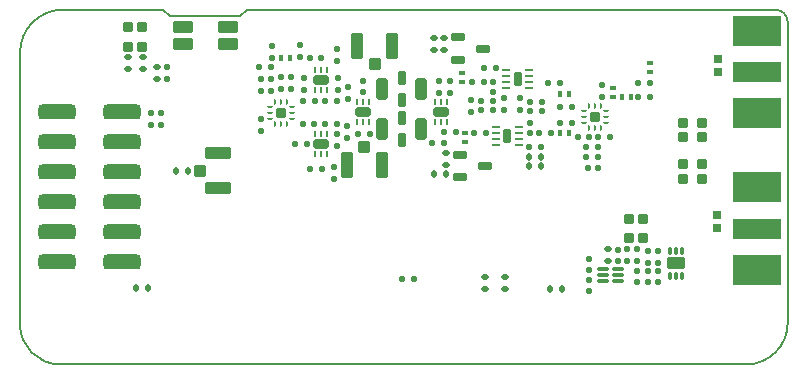
<source format=gtp>
G04*
G04 #@! TF.GenerationSoftware,Altium Limited,CircuitStudio,1.5.2 (30)*
G04*
G04 Layer_Color=16711884*
%FSLAX25Y25*%
%MOIN*%
G70*
G01*
G75*
G04:AMPARAMS|DCode=12|XSize=49.02mil|YSize=24.02mil|CornerRadius=3.6mil|HoleSize=0mil|Usage=FLASHONLY|Rotation=90.000|XOffset=0mil|YOffset=0mil|HoleType=Round|Shape=RoundedRectangle|*
%AMROUNDEDRECTD12*
21,1,0.04902,0.01681,0,0,90.0*
21,1,0.04181,0.02402,0,0,90.0*
1,1,0.00721,0.00841,0.02091*
1,1,0.00721,0.00841,-0.02091*
1,1,0.00721,-0.00841,-0.02091*
1,1,0.00721,-0.00841,0.02091*
%
%ADD12ROUNDEDRECTD12*%
G04:AMPARAMS|DCode=13|XSize=70.87mil|YSize=40.95mil|CornerRadius=6.14mil|HoleSize=0mil|Usage=FLASHONLY|Rotation=90.000|XOffset=0mil|YOffset=0mil|HoleType=Round|Shape=RoundedRectangle|*
%AMROUNDEDRECTD13*
21,1,0.07087,0.02866,0,0,90.0*
21,1,0.05858,0.04095,0,0,90.0*
1,1,0.01228,0.01433,0.02929*
1,1,0.01228,0.01433,-0.02929*
1,1,0.01228,-0.01433,-0.02929*
1,1,0.01228,-0.01433,0.02929*
%
%ADD13ROUNDEDRECTD13*%
G04:AMPARAMS|DCode=14|XSize=64.96mil|YSize=41.34mil|CornerRadius=4.13mil|HoleSize=0mil|Usage=FLASHONLY|Rotation=180.000|XOffset=0mil|YOffset=0mil|HoleType=Round|Shape=RoundedRectangle|*
%AMROUNDEDRECTD14*
21,1,0.06496,0.03307,0,0,180.0*
21,1,0.05669,0.04134,0,0,180.0*
1,1,0.00827,-0.02835,0.01654*
1,1,0.00827,0.02835,0.01654*
1,1,0.00827,0.02835,-0.01654*
1,1,0.00827,-0.02835,-0.01654*
%
%ADD14ROUNDEDRECTD14*%
G04:AMPARAMS|DCode=17|XSize=31.89mil|YSize=36.61mil|CornerRadius=4.78mil|HoleSize=0mil|Usage=FLASHONLY|Rotation=270.000|XOffset=0mil|YOffset=0mil|HoleType=Round|Shape=RoundedRectangle|*
%AMROUNDEDRECTD17*
21,1,0.03189,0.02705,0,0,270.0*
21,1,0.02232,0.03661,0,0,270.0*
1,1,0.00957,-0.01352,-0.01116*
1,1,0.00957,-0.01352,0.01116*
1,1,0.00957,0.01352,0.01116*
1,1,0.00957,0.01352,-0.01116*
%
%ADD17ROUNDEDRECTD17*%
G04:AMPARAMS|DCode=18|XSize=31.89mil|YSize=36.61mil|CornerRadius=4.78mil|HoleSize=0mil|Usage=FLASHONLY|Rotation=180.000|XOffset=0mil|YOffset=0mil|HoleType=Round|Shape=RoundedRectangle|*
%AMROUNDEDRECTD18*
21,1,0.03189,0.02705,0,0,180.0*
21,1,0.02232,0.03661,0,0,180.0*
1,1,0.00957,-0.01116,0.01352*
1,1,0.00957,0.01116,0.01352*
1,1,0.00957,0.01116,-0.01352*
1,1,0.00957,-0.01116,-0.01352*
%
%ADD18ROUNDEDRECTD18*%
G04:AMPARAMS|DCode=19|XSize=27.56mil|YSize=27.56mil|CornerRadius=2.76mil|HoleSize=0mil|Usage=FLASHONLY|Rotation=270.000|XOffset=0mil|YOffset=0mil|HoleType=Round|Shape=RoundedRectangle|*
%AMROUNDEDRECTD19*
21,1,0.02756,0.02205,0,0,270.0*
21,1,0.02205,0.02756,0,0,270.0*
1,1,0.00551,-0.01102,-0.01102*
1,1,0.00551,-0.01102,0.01102*
1,1,0.00551,0.01102,0.01102*
1,1,0.00551,0.01102,-0.01102*
%
%ADD19ROUNDEDRECTD19*%
G04:AMPARAMS|DCode=20|XSize=14.17mil|YSize=23mil|CornerRadius=0.71mil|HoleSize=0mil|Usage=FLASHONLY|Rotation=180.000|XOffset=0mil|YOffset=0mil|HoleType=Round|Shape=RoundedRectangle|*
%AMROUNDEDRECTD20*
21,1,0.01417,0.02158,0,0,180.0*
21,1,0.01276,0.02300,0,0,180.0*
1,1,0.00142,-0.00638,0.01079*
1,1,0.00142,0.00638,0.01079*
1,1,0.00142,0.00638,-0.01079*
1,1,0.00142,-0.00638,-0.01079*
%
%ADD20ROUNDEDRECTD20*%
G04:AMPARAMS|DCode=21|XSize=14.17mil|YSize=23mil|CornerRadius=0.71mil|HoleSize=0mil|Usage=FLASHONLY|Rotation=90.000|XOffset=0mil|YOffset=0mil|HoleType=Round|Shape=RoundedRectangle|*
%AMROUNDEDRECTD21*
21,1,0.01417,0.02158,0,0,90.0*
21,1,0.01276,0.02300,0,0,90.0*
1,1,0.00142,0.01079,0.00638*
1,1,0.00142,0.01079,-0.00638*
1,1,0.00142,-0.01079,-0.00638*
1,1,0.00142,-0.01079,0.00638*
%
%ADD21ROUNDEDRECTD21*%
G04:AMPARAMS|DCode=22|XSize=23.62mil|YSize=17.72mil|CornerRadius=4.43mil|HoleSize=0mil|Usage=FLASHONLY|Rotation=270.000|XOffset=0mil|YOffset=0mil|HoleType=Round|Shape=RoundedRectangle|*
%AMROUNDEDRECTD22*
21,1,0.02362,0.00886,0,0,270.0*
21,1,0.01476,0.01772,0,0,270.0*
1,1,0.00886,-0.00443,-0.00738*
1,1,0.00886,-0.00443,0.00738*
1,1,0.00886,0.00443,0.00738*
1,1,0.00886,0.00443,-0.00738*
%
%ADD22ROUNDEDRECTD22*%
G04:AMPARAMS|DCode=23|XSize=23.62mil|YSize=17.72mil|CornerRadius=4.43mil|HoleSize=0mil|Usage=FLASHONLY|Rotation=0.000|XOffset=0mil|YOffset=0mil|HoleType=Round|Shape=RoundedRectangle|*
%AMROUNDEDRECTD23*
21,1,0.02362,0.00886,0,0,0.0*
21,1,0.01476,0.01772,0,0,0.0*
1,1,0.00886,0.00738,-0.00443*
1,1,0.00886,-0.00738,-0.00443*
1,1,0.00886,-0.00738,0.00443*
1,1,0.00886,0.00738,0.00443*
%
%ADD23ROUNDEDRECTD23*%
G04:AMPARAMS|DCode=24|XSize=47.24mil|YSize=23.62mil|CornerRadius=3.54mil|HoleSize=0mil|Usage=FLASHONLY|Rotation=90.000|XOffset=0mil|YOffset=0mil|HoleType=Round|Shape=RoundedRectangle|*
%AMROUNDEDRECTD24*
21,1,0.04724,0.01654,0,0,90.0*
21,1,0.04016,0.02362,0,0,90.0*
1,1,0.00709,0.00827,0.02008*
1,1,0.00709,0.00827,-0.02008*
1,1,0.00709,-0.00827,-0.02008*
1,1,0.00709,-0.00827,0.02008*
%
%ADD24ROUNDEDRECTD24*%
G04:AMPARAMS|DCode=25|XSize=9.84mil|YSize=29.53mil|CornerRadius=1.48mil|HoleSize=0mil|Usage=FLASHONLY|Rotation=90.000|XOffset=0mil|YOffset=0mil|HoleType=Round|Shape=RoundedRectangle|*
%AMROUNDEDRECTD25*
21,1,0.00984,0.02658,0,0,90.0*
21,1,0.00689,0.02953,0,0,90.0*
1,1,0.00295,0.01329,0.00345*
1,1,0.00295,0.01329,-0.00345*
1,1,0.00295,-0.01329,-0.00345*
1,1,0.00295,-0.01329,0.00345*
%
%ADD25ROUNDEDRECTD25*%
%ADD26R,0.16496X0.10492*%
%ADD27R,0.16496X0.07008*%
G04:AMPARAMS|DCode=28|XSize=48.43mil|YSize=23.62mil|CornerRadius=2.95mil|HoleSize=0mil|Usage=FLASHONLY|Rotation=0.000|XOffset=0mil|YOffset=0mil|HoleType=Round|Shape=RoundedRectangle|*
%AMROUNDEDRECTD28*
21,1,0.04843,0.01772,0,0,0.0*
21,1,0.04252,0.02362,0,0,0.0*
1,1,0.00591,0.02126,-0.00886*
1,1,0.00591,-0.02126,-0.00886*
1,1,0.00591,-0.02126,0.00886*
1,1,0.00591,0.02126,0.00886*
%
%ADD28ROUNDEDRECTD28*%
G04:AMPARAMS|DCode=29|XSize=21.65mil|YSize=17.72mil|CornerRadius=4.43mil|HoleSize=0mil|Usage=FLASHONLY|Rotation=90.000|XOffset=0mil|YOffset=0mil|HoleType=Round|Shape=RoundedRectangle|*
%AMROUNDEDRECTD29*
21,1,0.02165,0.00886,0,0,90.0*
21,1,0.01280,0.01772,0,0,90.0*
1,1,0.00886,0.00443,0.00640*
1,1,0.00886,0.00443,-0.00640*
1,1,0.00886,-0.00443,-0.00640*
1,1,0.00886,-0.00443,0.00640*
%
%ADD29ROUNDEDRECTD29*%
G04:AMPARAMS|DCode=30|XSize=21.65mil|YSize=17.72mil|CornerRadius=4.43mil|HoleSize=0mil|Usage=FLASHONLY|Rotation=180.000|XOffset=0mil|YOffset=0mil|HoleType=Round|Shape=RoundedRectangle|*
%AMROUNDEDRECTD30*
21,1,0.02165,0.00886,0,0,180.0*
21,1,0.01280,0.01772,0,0,180.0*
1,1,0.00886,-0.00640,0.00443*
1,1,0.00886,0.00640,0.00443*
1,1,0.00886,0.00640,-0.00443*
1,1,0.00886,-0.00640,-0.00443*
%
%ADD30ROUNDEDRECTD30*%
G04:AMPARAMS|DCode=31|XSize=125.2mil|YSize=50mil|CornerRadius=12.5mil|HoleSize=0mil|Usage=FLASHONLY|Rotation=180.000|XOffset=0mil|YOffset=0mil|HoleType=Round|Shape=RoundedRectangle|*
%AMROUNDEDRECTD31*
21,1,0.12520,0.02500,0,0,180.0*
21,1,0.10020,0.05000,0,0,180.0*
1,1,0.02500,-0.05010,0.01250*
1,1,0.02500,0.05010,0.01250*
1,1,0.02500,0.05010,-0.01250*
1,1,0.02500,-0.05010,-0.01250*
%
%ADD31ROUNDEDRECTD31*%
G04:AMPARAMS|DCode=32|XSize=21.65mil|YSize=9.84mil|CornerRadius=1.48mil|HoleSize=0mil|Usage=FLASHONLY|Rotation=90.000|XOffset=0mil|YOffset=0mil|HoleType=Round|Shape=RoundedRectangle|*
%AMROUNDEDRECTD32*
21,1,0.02165,0.00689,0,0,90.0*
21,1,0.01870,0.00984,0,0,90.0*
1,1,0.00295,0.00345,0.00935*
1,1,0.00295,0.00345,-0.00935*
1,1,0.00295,-0.00345,-0.00935*
1,1,0.00295,-0.00345,0.00935*
%
%ADD32ROUNDEDRECTD32*%
G04:AMPARAMS|DCode=33|XSize=51.18mil|YSize=31.5mil|CornerRadius=4.72mil|HoleSize=0mil|Usage=FLASHONLY|Rotation=180.000|XOffset=0mil|YOffset=0mil|HoleType=Round|Shape=RoundedRectangle|*
%AMROUNDEDRECTD33*
21,1,0.05118,0.02205,0,0,180.0*
21,1,0.04173,0.03150,0,0,180.0*
1,1,0.00945,-0.02087,0.01102*
1,1,0.00945,0.02087,0.01102*
1,1,0.00945,0.02087,-0.01102*
1,1,0.00945,-0.02087,-0.01102*
%
%ADD33ROUNDEDRECTD33*%
G04:AMPARAMS|DCode=34|XSize=39.37mil|YSize=41.34mil|CornerRadius=3.94mil|HoleSize=0mil|Usage=FLASHONLY|Rotation=270.000|XOffset=0mil|YOffset=0mil|HoleType=Round|Shape=RoundedRectangle|*
%AMROUNDEDRECTD34*
21,1,0.03937,0.03347,0,0,270.0*
21,1,0.03150,0.04134,0,0,270.0*
1,1,0.00787,-0.01673,-0.01575*
1,1,0.00787,-0.01673,0.01575*
1,1,0.00787,0.01673,0.01575*
1,1,0.00787,0.01673,-0.01575*
%
%ADD34ROUNDEDRECTD34*%
G04:AMPARAMS|DCode=35|XSize=41.34mil|YSize=86.61mil|CornerRadius=4.13mil|HoleSize=0mil|Usage=FLASHONLY|Rotation=270.000|XOffset=0mil|YOffset=0mil|HoleType=Round|Shape=RoundedRectangle|*
%AMROUNDEDRECTD35*
21,1,0.04134,0.07835,0,0,270.0*
21,1,0.03307,0.08661,0,0,270.0*
1,1,0.00827,-0.03917,-0.01654*
1,1,0.00827,-0.03917,0.01654*
1,1,0.00827,0.03917,0.01654*
1,1,0.00827,0.03917,-0.01654*
%
%ADD35ROUNDEDRECTD35*%
G04:AMPARAMS|DCode=36|XSize=39.37mil|YSize=41.34mil|CornerRadius=3.94mil|HoleSize=0mil|Usage=FLASHONLY|Rotation=180.000|XOffset=0mil|YOffset=0mil|HoleType=Round|Shape=RoundedRectangle|*
%AMROUNDEDRECTD36*
21,1,0.03937,0.03347,0,0,180.0*
21,1,0.03150,0.04134,0,0,180.0*
1,1,0.00787,-0.01575,0.01673*
1,1,0.00787,0.01575,0.01673*
1,1,0.00787,0.01575,-0.01673*
1,1,0.00787,-0.01575,-0.01673*
%
%ADD36ROUNDEDRECTD36*%
G04:AMPARAMS|DCode=37|XSize=41.34mil|YSize=86.61mil|CornerRadius=4.13mil|HoleSize=0mil|Usage=FLASHONLY|Rotation=180.000|XOffset=0mil|YOffset=0mil|HoleType=Round|Shape=RoundedRectangle|*
%AMROUNDEDRECTD37*
21,1,0.04134,0.07835,0,0,180.0*
21,1,0.03307,0.08661,0,0,180.0*
1,1,0.00827,-0.01654,0.03917*
1,1,0.00827,0.01654,0.03917*
1,1,0.00827,0.01654,-0.03917*
1,1,0.00827,-0.01654,-0.03917*
%
%ADD37ROUNDEDRECTD37*%
G04:AMPARAMS|DCode=38|XSize=18.11mil|YSize=7.87mil|CornerRadius=3.15mil|HoleSize=0mil|Usage=FLASHONLY|Rotation=180.000|XOffset=0mil|YOffset=0mil|HoleType=Round|Shape=RoundedRectangle|*
%AMROUNDEDRECTD38*
21,1,0.01811,0.00158,0,0,180.0*
21,1,0.01181,0.00787,0,0,180.0*
1,1,0.00630,-0.00591,0.00079*
1,1,0.00630,0.00591,0.00079*
1,1,0.00630,0.00591,-0.00079*
1,1,0.00630,-0.00591,-0.00079*
%
%ADD38ROUNDEDRECTD38*%
G04:AMPARAMS|DCode=39|XSize=18.11mil|YSize=7.87mil|CornerRadius=3.15mil|HoleSize=0mil|Usage=FLASHONLY|Rotation=270.000|XOffset=0mil|YOffset=0mil|HoleType=Round|Shape=RoundedRectangle|*
%AMROUNDEDRECTD39*
21,1,0.01811,0.00158,0,0,270.0*
21,1,0.01181,0.00787,0,0,270.0*
1,1,0.00630,-0.00079,-0.00591*
1,1,0.00630,-0.00079,0.00591*
1,1,0.00630,0.00079,0.00591*
1,1,0.00630,0.00079,-0.00591*
%
%ADD39ROUNDEDRECTD39*%
G04:AMPARAMS|DCode=40|XSize=31.5mil|YSize=31.5mil|CornerRadius=3.15mil|HoleSize=0mil|Usage=FLASHONLY|Rotation=270.000|XOffset=0mil|YOffset=0mil|HoleType=Round|Shape=RoundedRectangle|*
%AMROUNDEDRECTD40*
21,1,0.03150,0.02520,0,0,270.0*
21,1,0.02520,0.03150,0,0,270.0*
1,1,0.00630,-0.01260,-0.01260*
1,1,0.00630,-0.01260,0.01260*
1,1,0.00630,0.01260,0.01260*
1,1,0.00630,0.01260,-0.01260*
%
%ADD40ROUNDEDRECTD40*%
G04:AMPARAMS|DCode=41|XSize=25.59mil|YSize=11.81mil|CornerRadius=2.95mil|HoleSize=0mil|Usage=FLASHONLY|Rotation=270.000|XOffset=0mil|YOffset=0mil|HoleType=Round|Shape=RoundedRectangle|*
%AMROUNDEDRECTD41*
21,1,0.02559,0.00591,0,0,270.0*
21,1,0.01969,0.01181,0,0,270.0*
1,1,0.00591,-0.00295,-0.00984*
1,1,0.00591,-0.00295,0.00984*
1,1,0.00591,0.00295,0.00984*
1,1,0.00591,0.00295,-0.00984*
%
%ADD41ROUNDEDRECTD41*%
G04:AMPARAMS|DCode=42|XSize=61.02mil|YSize=40.16mil|CornerRadius=4.02mil|HoleSize=0mil|Usage=FLASHONLY|Rotation=0.000|XOffset=0mil|YOffset=0mil|HoleType=Round|Shape=RoundedRectangle|*
%AMROUNDEDRECTD42*
21,1,0.06102,0.03213,0,0,0.0*
21,1,0.05299,0.04016,0,0,0.0*
1,1,0.00803,0.02649,-0.01606*
1,1,0.00803,-0.02649,-0.01606*
1,1,0.00803,-0.02649,0.01606*
1,1,0.00803,0.02649,0.01606*
%
%ADD42ROUNDEDRECTD42*%
G04:AMPARAMS|DCode=43|XSize=37.01mil|YSize=10.63mil|CornerRadius=1.33mil|HoleSize=0mil|Usage=FLASHONLY|Rotation=180.000|XOffset=0mil|YOffset=0mil|HoleType=Round|Shape=RoundedRectangle|*
%AMROUNDEDRECTD43*
21,1,0.03701,0.00797,0,0,180.0*
21,1,0.03435,0.01063,0,0,180.0*
1,1,0.00266,-0.01718,0.00399*
1,1,0.00266,0.01718,0.00399*
1,1,0.00266,0.01718,-0.00399*
1,1,0.00266,-0.01718,-0.00399*
%
%ADD43ROUNDEDRECTD43*%
%ADD53C,0.00500*%
G04:AMPARAMS|DCode=100|XSize=21.62mil|YSize=17.69mil|CornerRadius=3.92mil|HoleSize=0mil|Usage=FLASHONLY|Rotation=180.000|XOffset=0mil|YOffset=0mil|HoleType=Round|Shape=RoundedRectangle|*
%AMROUNDEDRECTD100*
21,1,0.02162,0.00984,0,0,180.0*
21,1,0.01378,0.01769,0,0,180.0*
1,1,0.00784,-0.00689,0.00492*
1,1,0.00784,0.00689,0.00492*
1,1,0.00784,0.00689,-0.00492*
1,1,0.00784,-0.00689,-0.00492*
%
%ADD100ROUNDEDRECTD100*%
G04:AMPARAMS|DCode=101|XSize=21.62mil|YSize=17.69mil|CornerRadius=3.92mil|HoleSize=0mil|Usage=FLASHONLY|Rotation=270.000|XOffset=0mil|YOffset=0mil|HoleType=Round|Shape=RoundedRectangle|*
%AMROUNDEDRECTD101*
21,1,0.02162,0.00984,0,0,270.0*
21,1,0.01378,0.01769,0,0,270.0*
1,1,0.00784,-0.00492,-0.00689*
1,1,0.00784,-0.00492,0.00689*
1,1,0.00784,0.00492,0.00689*
1,1,0.00784,0.00492,-0.00689*
%
%ADD101ROUNDEDRECTD101*%
D12*
X1161836Y774360D02*
D03*
Y781663D02*
D03*
X1161826Y787509D02*
D03*
Y794813D02*
D03*
D13*
X1168233Y778011D02*
D03*
X1155438D02*
D03*
X1168223Y791161D02*
D03*
X1155428D02*
D03*
D14*
X1103954Y806327D02*
D03*
Y812035D02*
D03*
X1088797Y806327D02*
D03*
Y812035D02*
D03*
D17*
X1242376Y748070D02*
D03*
Y741692D02*
D03*
X1237476Y748070D02*
D03*
Y741692D02*
D03*
X1070636Y811800D02*
D03*
Y805422D02*
D03*
X1075456Y811820D02*
D03*
Y805442D02*
D03*
D18*
X1262065Y766181D02*
D03*
X1255687D02*
D03*
X1262065Y761381D02*
D03*
X1255687D02*
D03*
X1262065Y775181D02*
D03*
X1255687D02*
D03*
X1262065Y779881D02*
D03*
X1255687D02*
D03*
D19*
X1266887Y749127D02*
D03*
Y744797D02*
D03*
X1267433Y801128D02*
D03*
Y796797D02*
D03*
D20*
X1121716Y801681D02*
D03*
X1124716D02*
D03*
X1217583Y789713D02*
D03*
X1214583D02*
D03*
X1217583Y776524D02*
D03*
X1214583D02*
D03*
X1235276Y788681D02*
D03*
X1238276D02*
D03*
D21*
X1232276Y791681D02*
D03*
Y788681D02*
D03*
X1244576Y799781D02*
D03*
Y796781D02*
D03*
X1181929Y796610D02*
D03*
Y793610D02*
D03*
X1182876Y773581D02*
D03*
Y776581D02*
D03*
D22*
X1172676Y762981D02*
D03*
X1176676D02*
D03*
X1215276Y724481D02*
D03*
X1211276D02*
D03*
X1208276Y765581D02*
D03*
X1204276D02*
D03*
X1204366Y768759D02*
D03*
X1208366D02*
D03*
X1086476Y763931D02*
D03*
X1090476D02*
D03*
X1073176Y724881D02*
D03*
X1077176D02*
D03*
D23*
X1175976Y804381D02*
D03*
Y808381D02*
D03*
X1176676Y765781D02*
D03*
Y769781D02*
D03*
X1070676Y802081D02*
D03*
Y798081D02*
D03*
X1075476Y802081D02*
D03*
Y798081D02*
D03*
X1080176Y798681D02*
D03*
Y794681D02*
D03*
X1172776Y804381D02*
D03*
Y808381D02*
D03*
X1196376Y728481D02*
D03*
Y724481D02*
D03*
X1189776Y728481D02*
D03*
Y724481D02*
D03*
X1230676Y737781D02*
D03*
Y733781D02*
D03*
D24*
X1197028Y775638D02*
D03*
X1200532Y794535D02*
D03*
D25*
X1200906Y772685D02*
D03*
Y774654D02*
D03*
Y776622D02*
D03*
Y778591D02*
D03*
X1193150Y772685D02*
D03*
Y774654D02*
D03*
Y776622D02*
D03*
Y778591D02*
D03*
X1196654Y797488D02*
D03*
Y795520D02*
D03*
Y793551D02*
D03*
Y791583D02*
D03*
X1204410Y797488D02*
D03*
Y795520D02*
D03*
Y793551D02*
D03*
Y791583D02*
D03*
D26*
X1280174Y783114D02*
D03*
Y810614D02*
D03*
Y730948D02*
D03*
Y758448D02*
D03*
D27*
Y796864D02*
D03*
Y744698D02*
D03*
D28*
X1180725Y808478D02*
D03*
X1189072Y804738D02*
D03*
X1180725Y800998D02*
D03*
X1181415Y769403D02*
D03*
X1189761Y765662D02*
D03*
X1181415Y761922D02*
D03*
D29*
X1227249Y764881D02*
D03*
X1223903D02*
D03*
X1237102Y737781D02*
D03*
X1240448D02*
D03*
X1237102Y733781D02*
D03*
X1240448D02*
D03*
D30*
X1192376Y793681D02*
D03*
Y790335D02*
D03*
X1204567Y776622D02*
D03*
Y779968D02*
D03*
D31*
X1046985Y783478D02*
D03*
Y773478D02*
D03*
Y763478D02*
D03*
Y753478D02*
D03*
Y743478D02*
D03*
Y733478D02*
D03*
X1068481Y783478D02*
D03*
Y773478D02*
D03*
Y763478D02*
D03*
Y753478D02*
D03*
Y743478D02*
D03*
Y733478D02*
D03*
D32*
X1172867Y780405D02*
D03*
X1174836D02*
D03*
X1176804D02*
D03*
Y787098D02*
D03*
X1174836D02*
D03*
X1172867D02*
D03*
X1147027Y780325D02*
D03*
X1148996D02*
D03*
X1150964D02*
D03*
Y787018D02*
D03*
X1148996D02*
D03*
X1147027D02*
D03*
X1137047Y776327D02*
D03*
X1135079D02*
D03*
X1133110D02*
D03*
Y769634D02*
D03*
X1135079D02*
D03*
X1137047D02*
D03*
X1133110Y790894D02*
D03*
X1135079D02*
D03*
X1137047D02*
D03*
Y797587D02*
D03*
X1135079D02*
D03*
X1133110D02*
D03*
D33*
X1174836Y783751D02*
D03*
X1148996Y783671D02*
D03*
X1135079Y772980D02*
D03*
Y794240D02*
D03*
D34*
X1094472Y763981D02*
D03*
D35*
X1100476Y769788D02*
D03*
Y758174D02*
D03*
D36*
X1149446Y772005D02*
D03*
X1152846Y799577D02*
D03*
D37*
X1155253Y766001D02*
D03*
X1143639D02*
D03*
X1147038Y805581D02*
D03*
X1158653D02*
D03*
D38*
X1125354Y781248D02*
D03*
Y783217D02*
D03*
Y785185D02*
D03*
X1118032D02*
D03*
Y783217D02*
D03*
Y781248D02*
D03*
X1222756Y784004D02*
D03*
Y782035D02*
D03*
Y780067D02*
D03*
X1230079D02*
D03*
Y782035D02*
D03*
Y784004D02*
D03*
D39*
X1123662Y786878D02*
D03*
X1121693D02*
D03*
X1119724D02*
D03*
Y779555D02*
D03*
X1121693D02*
D03*
X1123662D02*
D03*
X1224449Y778374D02*
D03*
X1226417D02*
D03*
X1228386D02*
D03*
Y785697D02*
D03*
X1226417D02*
D03*
X1224449D02*
D03*
D40*
X1121693Y783217D02*
D03*
X1226417Y782035D02*
D03*
D41*
X1255270Y737290D02*
D03*
X1253301D02*
D03*
X1251332D02*
D03*
Y729022D02*
D03*
X1253301D02*
D03*
X1255270D02*
D03*
D42*
X1253301Y733156D02*
D03*
D43*
X1233856Y727413D02*
D03*
Y729381D02*
D03*
Y731350D02*
D03*
X1228895D02*
D03*
Y729381D02*
D03*
Y727413D02*
D03*
D53*
X1290528Y813564D02*
G03*
X1286362Y817730I-4166J0D01*
G01*
X1048995D02*
G03*
X1034623Y803358I0J-14372D01*
G01*
X1034623Y712769D02*
G03*
X1047891Y699502I13268J0D01*
G01*
X1276749Y699502D02*
G03*
X1290528Y713281I0J13780D01*
G01*
X1107961Y815466D02*
X1110224Y817730D01*
X1048995D02*
X1082327D01*
X1084591Y815466D01*
X1290528Y767631D02*
Y813564D01*
X1110224Y817730D02*
X1286362D01*
X1290528Y713281D02*
Y718006D01*
X1034623Y796470D02*
Y803358D01*
X1084591Y815466D02*
X1107961D01*
X1290528Y718006D02*
Y767631D01*
X1034623Y712769D02*
X1034623Y796470D01*
X1047891Y699502D02*
X1276749Y699502D01*
D100*
X1185079Y783610D02*
D03*
Y787547D02*
D03*
X1118606Y805650D02*
D03*
Y801713D02*
D03*
X1127856Y805830D02*
D03*
Y801893D02*
D03*
X1140566Y790923D02*
D03*
Y794860D02*
D03*
X1148996Y794100D02*
D03*
Y790163D02*
D03*
X1195922Y788202D02*
D03*
Y784265D02*
D03*
X1201172Y788271D02*
D03*
Y784334D02*
D03*
X1228476Y792650D02*
D03*
Y788713D02*
D03*
X1174276Y793850D02*
D03*
Y789913D02*
D03*
X1177876D02*
D03*
Y793850D02*
D03*
X1143876Y788013D02*
D03*
Y791950D02*
D03*
X1143776Y778950D02*
D03*
Y775013D02*
D03*
X1139296Y761343D02*
D03*
Y765280D02*
D03*
X1129376Y791113D02*
D03*
Y795050D02*
D03*
X1140276Y804650D02*
D03*
Y800713D02*
D03*
X1083476Y794613D02*
D03*
Y798550D02*
D03*
X1224376Y723813D02*
D03*
Y727750D02*
D03*
X1233876Y737750D02*
D03*
Y733813D02*
D03*
X1240401Y730724D02*
D03*
Y726787D02*
D03*
X1224276Y734750D02*
D03*
Y730813D02*
D03*
X1140376Y776150D02*
D03*
Y772213D02*
D03*
X1114976Y794550D02*
D03*
Y790613D02*
D03*
X1124876Y791413D02*
D03*
Y795350D02*
D03*
X1121676Y791413D02*
D03*
Y795350D02*
D03*
X1115000Y781248D02*
D03*
Y777311D02*
D03*
X1078176Y783250D02*
D03*
Y779313D02*
D03*
X1247201Y726787D02*
D03*
Y730724D02*
D03*
X1243801Y733387D02*
D03*
Y737324D02*
D03*
Y726787D02*
D03*
Y730724D02*
D03*
X1247201Y737324D02*
D03*
Y733387D02*
D03*
X1118376Y794550D02*
D03*
Y790613D02*
D03*
X1081576Y783250D02*
D03*
Y779313D02*
D03*
D101*
X1135292Y764580D02*
D03*
X1131355D02*
D03*
X1118154Y798691D02*
D03*
X1114217D02*
D03*
X1135079Y801721D02*
D03*
X1131142D02*
D03*
X1188442Y784265D02*
D03*
X1192379D02*
D03*
X1189229Y798439D02*
D03*
X1193166D02*
D03*
X1176044Y773171D02*
D03*
X1172107D02*
D03*
X1240707Y793181D02*
D03*
X1244644D02*
D03*
X1218644Y785181D02*
D03*
X1214707D02*
D03*
X1214508Y793354D02*
D03*
X1210571D02*
D03*
X1214705Y779969D02*
D03*
X1218642D02*
D03*
X1180031Y776930D02*
D03*
X1176094D02*
D03*
X1204583Y783872D02*
D03*
X1208521D02*
D03*
X1189844Y776681D02*
D03*
X1185907D02*
D03*
X1208344Y771981D02*
D03*
X1204407D02*
D03*
X1147227Y776441D02*
D03*
X1151164D02*
D03*
X1185307Y793481D02*
D03*
X1189244D02*
D03*
X1208521Y787021D02*
D03*
X1204583D02*
D03*
X1188442Y787415D02*
D03*
X1192379D02*
D03*
X1207717Y776524D02*
D03*
X1211654D02*
D03*
X1128907Y787281D02*
D03*
X1132844D02*
D03*
X1126237Y772848D02*
D03*
X1130174D02*
D03*
X1223307Y768481D02*
D03*
X1227244D02*
D03*
X1224449Y775343D02*
D03*
X1220512D02*
D03*
X1227205D02*
D03*
X1231142D02*
D03*
X1240707Y788681D02*
D03*
X1244644D02*
D03*
X1140144Y779681D02*
D03*
X1136207D02*
D03*
X1140244Y787281D02*
D03*
X1136307D02*
D03*
X1128807Y779681D02*
D03*
X1132744D02*
D03*
X1165844Y727781D02*
D03*
X1161907D02*
D03*
X1223307Y771881D02*
D03*
X1227244D02*
D03*
M02*

</source>
